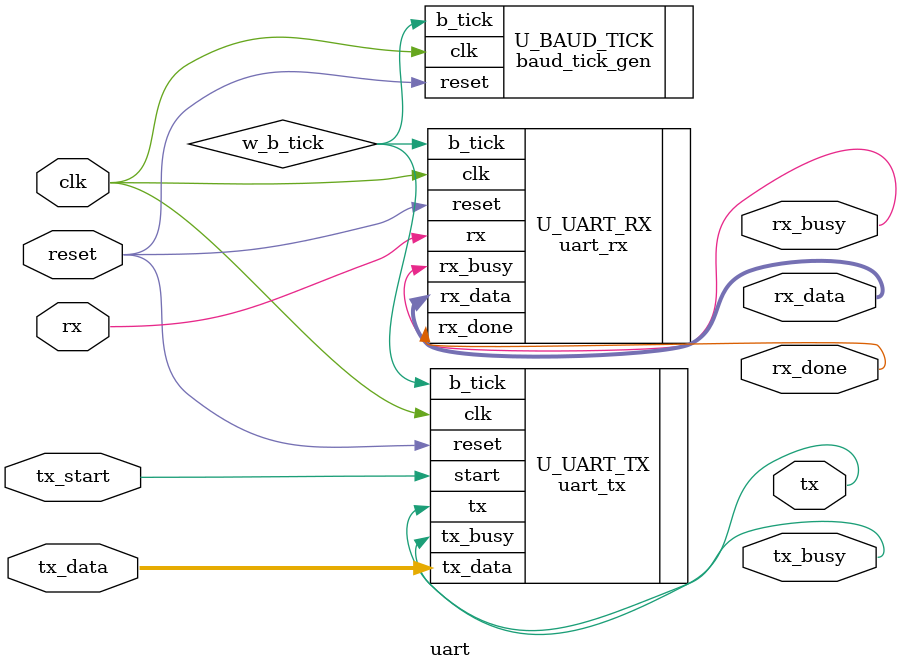
<source format=v>
`timescale 1ns / 1ps

module uart_loopback (
    input       clk,
    input       reset,
    input       rx,
    output      tx
);
    wire w_rx_done;
    wire [7:0] w_rx_data;

    uart U_UART (
        .clk            (clk),
        .reset            (reset),
        .tx_start       (w_rx_done),
        .tx_data        (w_rx_data),
        .rx             (rx),
        .tx             (tx),
        .tx_busy        (),
        .rx_data        (w_rx_data),
        .rx_busy        (),
        .rx_done        (w_rx_done)
    );
endmodule

module uart (
    input clk,
    input reset,
    input tx_start,
    input rx,
    input [7:0] tx_data,
    output tx, // busy -> top dptj skrksmsrj dksla
    output tx_busy,
    output [7:0] rx_data,
    output rx_busy,
    output rx_done
    );
    
    wire w_b_tick;
    wire w_tx_busy;
    wire w_start;

    uart_rx U_UART_RX (
        .clk(clk),
        .reset(reset),
        .b_tick(w_b_tick),
        .rx(rx), //////////// rx is connected to tx of uart_tx
        .rx_data(rx_data),
        .rx_busy(rx_busy),
        .rx_done(rx_done)
    );
    uart_tx U_UART_TX (
        .clk(clk),
        .reset(reset),
        .start(tx_start),
        .b_tick(w_b_tick),
        .tx_data(tx_data),
        .tx_busy(tx_busy),
        .tx    (tx)
    );
    baud_tick_gen U_BAUD_TICK (
        .clk(clk),
        .reset(reset),
        .b_tick(w_b_tick)
    );
endmodule

</source>
